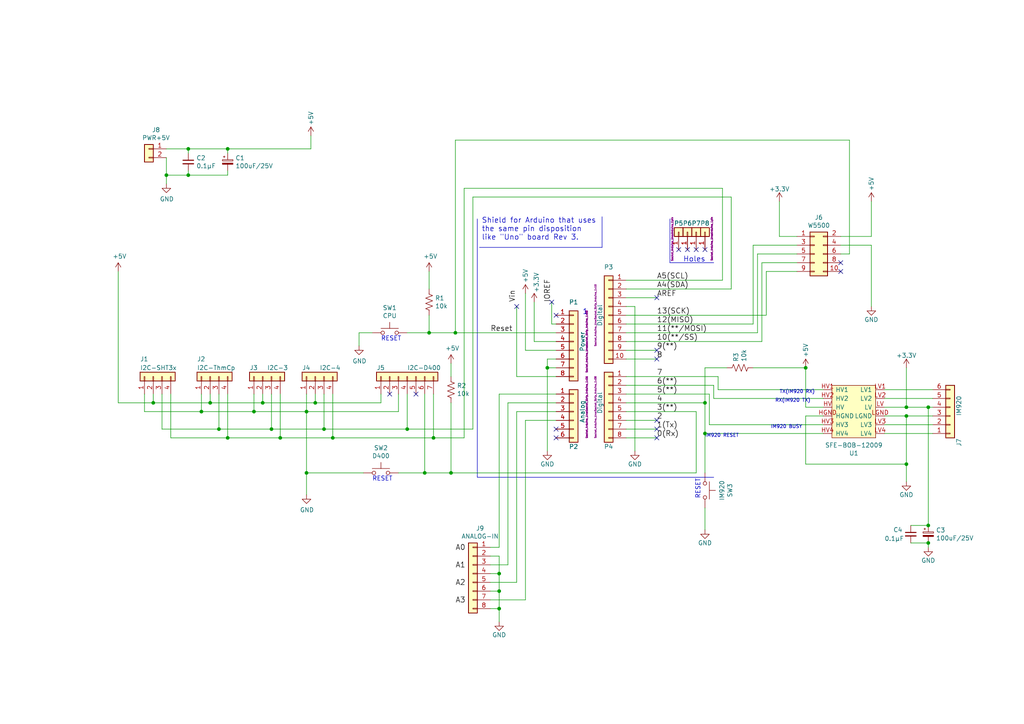
<source format=kicad_sch>
(kicad_sch (version 20231120) (generator "eeschema") (generator_version "8.0")
  (paper "A4")
  (title_block (title "LY9302 Measurement Equipment Type Light") (date "2025-01-27") (rev "1.0") (company "LSQ") (comment 1 "Use W5500 I/F for LAN networking") (comment 2 "Use IM920 I/F for Radio connection") (comment 3 "Analog Input 4ch available"))
  (lib_symbols
    (symbol "Buffer:SFE-BOB-12009" (pin_names (offset 1.016))
      (property "Reference" "U" (at 0 0 0))
      (property "Value" "SFE-BOB-12009" (at 0 0 0))
      (symbol "SFE-BOB-12009_0_1"
        (rectangle (start -6.35 -3.81) (end 6.35 -19.05) (fill (type background)))
      )
      (symbol "SFE-BOB-12009_1_1"
        (pin passive line (at 8.89 -10.16 180) (length 2.54) (name "HGND") (number "HGND"))
        (pin passive line (at 8.89 -12.7 180) (length 2.54) (name "HV") (number "HV"))
        (pin passive line (at 8.89 -17.78 180) (length 2.54) (name "HV1") (number "HV1"))
        (pin passive line (at 8.89 -15.24 180) (length 2.54) (name "HV2") (number "HV2"))
        (pin passive line (at 8.89 -7.62 180) (length 2.54) (name "HV3") (number "HV3"))
        (pin passive line (at 8.89 -5.08 180) (length 2.54) (name "HV4") (number "HV4"))
        (pin passive line (at -8.89 -10.16 0) (length 2.54) (name "LGND") (number "LGND"))
        (pin passive line (at -8.89 -12.7 0) (length 2.54) (name "LV") (number "LV"))
        (pin passive line (at -8.89 -17.78 0) (length 2.54) (name "LV1") (number "LV1"))
        (pin passive line (at -8.89 -15.24 0) (length 2.54) (name "LV2") (number "LV2"))
        (pin passive line (at -8.89 -7.62 0) (length 2.54) (name "LV3") (number "LV3"))
        (pin passive line (at -8.89 -5.08 0) (length 2.54) (name "LV4") (number "LV4"))
      )
    )
    (symbol "Connector_Generic:Conn_01x01" (pin_names (offset 1.016) hide)
      (property "Reference" "J" (at 0 2.54 0))
      (property "Value" "Conn_01x01" (at 0 -2.54 0))
      (symbol "Conn_01x01_1_1"
        (rectangle (start -1.27 0.127) (end 0 -0.127) (stroke (width 0.1524)))
        (rectangle (start -1.27 1.27) (end 1.27 -1.27) (stroke (width 0.254)) (fill (type background)))
        (pin passive line (at -5.08 0 0) (length 3.81) (name "Pin_1") (number "1"))
      )
    )
    (symbol "Connector_Generic:Conn_01x02" (pin_names (offset 1.016) hide)
      (property "Reference" "J" (at 0 2.54 0))
      (property "Value" "Conn_01x02" (at 0 -5.08 0))
      (symbol "Conn_01x02_1_1"
        (rectangle (start -1.27 -2.413) (end 0 -2.667) (stroke (width 0.1524)))
        (rectangle (start -1.27 0.127) (end 0 -0.127) (stroke (width 0.1524)))
        (rectangle (start -1.27 1.27) (end 1.27 -3.81) (stroke (width 0.254)) (fill (type background)))
        (pin passive line (at -5.08 0 0) (length 3.81) (name "Pin_1") (number "1"))
        (pin passive line (at -5.08 -2.54 0) (length 3.81) (name "Pin_2") (number "2"))
      )
    )
    (symbol "Connector_Generic:Conn_01x04" (pin_names (offset 1.016) hide)
      (property "Reference" "J" (at 0 5.08 0))
      (property "Value" "Conn_01x04" (at 0 -7.62 0))
      (symbol "Conn_01x04_1_1"
        (rectangle (start -1.27 -4.953) (end 0 -5.207) (stroke (width 0.1524)))
        (rectangle (start -1.27 -2.413) (end 0 -2.667) (stroke (width 0.1524)))
        (rectangle (start -1.27 0.127) (end 0 -0.127) (stroke (width 0.1524)))
        (rectangle (start -1.27 2.667) (end 0 2.413) (stroke (width 0.1524)))
        (rectangle (start -1.27 3.81) (end 1.27 -6.35) (stroke (width 0.254)) (fill (type background)))
        (pin passive line (at -5.08 2.54 0) (length 3.81) (name "Pin_1") (number "1"))
        (pin passive line (at -5.08 0 0) (length 3.81) (name "Pin_2") (number "2"))
        (pin passive line (at -5.08 -2.54 0) (length 3.81) (name "Pin_3") (number "3"))
        (pin passive line (at -5.08 -5.08 0) (length 3.81) (name "Pin_4") (number "4"))
      )
    )
    (symbol "Connector_Generic:Conn_01x06" (pin_names (offset 1.016) hide)
      (property "Reference" "J" (at 0 7.62 0))
      (property "Value" "Conn_01x06" (at 0 -10.16 0))
      (symbol "Conn_01x06_1_1"
        (rectangle (start -1.27 -7.493) (end 0 -7.747) (stroke (width 0.1524)))
        (rectangle (start -1.27 -4.953) (end 0 -5.207) (stroke (width 0.1524)))
        (rectangle (start -1.27 -2.413) (end 0 -2.667) (stroke (width 0.1524)))
        (rectangle (start -1.27 0.127) (end 0 -0.127) (stroke (width 0.1524)))
        (rectangle (start -1.27 2.667) (end 0 2.413) (stroke (width 0.1524)))
        (rectangle (start -1.27 5.207) (end 0 4.953) (stroke (width 0.1524)))
        (rectangle (start -1.27 6.35) (end 1.27 -8.89) (stroke (width 0.254)) (fill (type background)))
        (pin passive line (at -5.08 5.08 0) (length 3.81) (name "Pin_1") (number "1"))
        (pin passive line (at -5.08 2.54 0) (length 3.81) (name "Pin_2") (number "2"))
        (pin passive line (at -5.08 0 0) (length 3.81) (name "Pin_3") (number "3"))
        (pin passive line (at -5.08 -2.54 0) (length 3.81) (name "Pin_4") (number "4"))
        (pin passive line (at -5.08 -5.08 0) (length 3.81) (name "Pin_5") (number "5"))
        (pin passive line (at -5.08 -7.62 0) (length 3.81) (name "Pin_6") (number "6"))
      )
    )
    (symbol "Connector_Generic:Conn_01x07" (pin_names (offset 1.016) hide)
      (property "Reference" "J" (at 0 10.16 0))
      (property "Value" "Conn_01x07" (at 0 -10.16 0))
      (symbol "Conn_01x07_1_1"
        (rectangle (start -1.27 -7.493) (end 0 -7.747) (stroke (width 0.1524)))
        (rectangle (start -1.27 -4.953) (end 0 -5.207) (stroke (width 0.1524)))
        (rectangle (start -1.27 -2.413) (end 0 -2.667) (stroke (width 0.1524)))
        (rectangle (start -1.27 0.127) (end 0 -0.127) (stroke (width 0.1524)))
        (rectangle (start -1.27 2.667) (end 0 2.413) (stroke (width 0.1524)))
        (rectangle (start -1.27 5.207) (end 0 4.953) (stroke (width 0.1524)))
        (rectangle (start -1.27 7.747) (end 0 7.493) (stroke (width 0.1524)))
        (rectangle (start -1.27 8.89) (end 1.27 -8.89) (stroke (width 0.254)) (fill (type background)))
        (pin passive line (at -5.08 7.62 0) (length 3.81) (name "Pin_1") (number "1"))
        (pin passive line (at -5.08 5.08 0) (length 3.81) (name "Pin_2") (number "2"))
        (pin passive line (at -5.08 2.54 0) (length 3.81) (name "Pin_3") (number "3"))
        (pin passive line (at -5.08 0 0) (length 3.81) (name "Pin_4") (number "4"))
        (pin passive line (at -5.08 -2.54 0) (length 3.81) (name "Pin_5") (number "5"))
        (pin passive line (at -5.08 -5.08 0) (length 3.81) (name "Pin_6") (number "6"))
        (pin passive line (at -5.08 -7.62 0) (length 3.81) (name "Pin_7") (number "7"))
      )
    )
    (symbol "Connector_Generic:Conn_01x08" (pin_names (offset 1.016) hide)
      (property "Reference" "J" (at 0 10.16 0))
      (property "Value" "Conn_01x08" (at 0 -12.7 0))
      (symbol "Conn_01x08_1_1"
        (rectangle (start -1.27 -10.033) (end 0 -10.287) (stroke (width 0.1524)))
        (rectangle (start -1.27 -7.493) (end 0 -7.747) (stroke (width 0.1524)))
        (rectangle (start -1.27 -4.953) (end 0 -5.207) (stroke (width 0.1524)))
        (rectangle (start -1.27 -2.413) (end 0 -2.667) (stroke (width 0.1524)))
        (rectangle (start -1.27 0.127) (end 0 -0.127) (stroke (width 0.1524)))
        (rectangle (start -1.27 2.667) (end 0 2.413) (stroke (width 0.1524)))
        (rectangle (start -1.27 5.207) (end 0 4.953) (stroke (width 0.1524)))
        (rectangle (start -1.27 7.747) (end 0 7.493) (stroke (width 0.1524)))
        (rectangle (start -1.27 8.89) (end 1.27 -11.43) (stroke (width 0.254)) (fill (type background)))
        (pin passive line (at -5.08 7.62 0) (length 3.81) (name "Pin_1") (number "1"))
        (pin passive line (at -5.08 5.08 0) (length 3.81) (name "Pin_2") (number "2"))
        (pin passive line (at -5.08 2.54 0) (length 3.81) (name "Pin_3") (number "3"))
        (pin passive line (at -5.08 0 0) (length 3.81) (name "Pin_4") (number "4"))
        (pin passive line (at -5.08 -2.54 0) (length 3.81) (name "Pin_5") (number "5"))
        (pin passive line (at -5.08 -5.08 0) (length 3.81) (name "Pin_6") (number "6"))
        (pin passive line (at -5.08 -7.62 0) (length 3.81) (name "Pin_7") (number "7"))
        (pin passive line (at -5.08 -10.16 0) (length 3.81) (name "Pin_8") (number "8"))
      )
    )
    (symbol "Connector_Generic:Conn_01x10" (pin_names (offset 1.016) hide)
      (property "Reference" "J" (at 0 12.7 0))
      (property "Value" "Conn_01x10" (at 0 -15.24 0))
      (symbol "Conn_01x10_1_1"
        (rectangle (start -1.27 -12.573) (end 0 -12.827) (stroke (width 0.1524)))
        (rectangle (start -1.27 -10.033) (end 0 -10.287) (stroke (width 0.1524)))
        (rectangle (start -1.27 -7.493) (end 0 -7.747) (stroke (width 0.1524)))
        (rectangle (start -1.27 -4.953) (end 0 -5.207) (stroke (width 0.1524)))
        (rectangle (start -1.27 -2.413) (end 0 -2.667) (stroke (width 0.1524)))
        (rectangle (start -1.27 0.127) (end 0 -0.127) (stroke (width 0.1524)))
        (rectangle (start -1.27 2.667) (end 0 2.413) (stroke (width 0.1524)))
        (rectangle (start -1.27 5.207) (end 0 4.953) (stroke (width 0.1524)))
        (rectangle (start -1.27 7.747) (end 0 7.493) (stroke (width 0.1524)))
        (rectangle (start -1.27 10.287) (end 0 10.033) (stroke (width 0.1524)))
        (rectangle (start -1.27 11.43) (end 1.27 -13.97) (stroke (width 0.254)) (fill (type background)))
        (pin passive line (at -5.08 10.16 0) (length 3.81) (name "Pin_1") (number "1"))
        (pin passive line (at -5.08 -12.7 0) (length 3.81) (name "Pin_10") (number "10"))
        (pin passive line (at -5.08 7.62 0) (length 3.81) (name "Pin_2") (number "2"))
        (pin passive line (at -5.08 5.08 0) (length 3.81) (name "Pin_3") (number "3"))
        (pin passive line (at -5.08 2.54 0) (length 3.81) (name "Pin_4") (number "4"))
        (pin passive line (at -5.08 0 0) (length 3.81) (name "Pin_5") (number "5"))
        (pin passive line (at -5.08 -2.54 0) (length 3.81) (name "Pin_6") (number "6"))
        (pin passive line (at -5.08 -5.08 0) (length 3.81) (name "Pin_7") (number "7"))
        (pin passive line (at -5.08 -7.62 0) (length 3.81) (name "Pin_8") (number "8"))
        (pin passive line (at -5.08 -10.16 0) (length 3.81) (name "Pin_9") (number "9"))
      )
    )
    (symbol "Connector_Generic:Conn_02x05_Odd_Even" (pin_names (offset 1.016) hide)
      (property "Reference" "J" (at 1.27 7.62 0))
      (property "Value" "Conn_02x05_Odd_Even" (at 1.27 -7.62 0))
      (symbol "Conn_02x05_Odd_Even_1_1"
        (rectangle (start -1.27 -4.953) (end 0 -5.207) (stroke (width 0.1524)))
        (rectangle (start -1.27 -2.413) (end 0 -2.667) (stroke (width 0.1524)))
        (rectangle (start -1.27 0.127) (end 0 -0.127) (stroke (width 0.1524)))
        (rectangle (start -1.27 2.667) (end 0 2.413) (stroke (width 0.1524)))
        (rectangle (start -1.27 5.207) (end 0 4.953) (stroke (width 0.1524)))
        (rectangle (start -1.27 6.35) (end 3.81 -6.35) (stroke (width 0.254)) (fill (type background)))
        (rectangle (start 3.81 -4.953) (end 2.54 -5.207) (stroke (width 0.1524)))
        (rectangle (start 3.81 -2.413) (end 2.54 -2.667) (stroke (width 0.1524)))
        (rectangle (start 3.81 0.127) (end 2.54 -0.127) (stroke (width 0.1524)))
        (rectangle (start 3.81 2.667) (end 2.54 2.413) (stroke (width 0.1524)))
        (rectangle (start 3.81 5.207) (end 2.54 4.953) (stroke (width 0.1524)))
        (pin passive line (at -5.08 5.08 0) (length 3.81) (name "Pin_1") (number "1"))
        (pin passive line (at 7.62 -5.08 180) (length 3.81) (name "Pin_10") (number "10"))
        (pin passive line (at 7.62 5.08 180) (length 3.81) (name "Pin_2") (number "2"))
        (pin passive line (at -5.08 2.54 0) (length 3.81) (name "Pin_3") (number "3"))
        (pin passive line (at 7.62 2.54 180) (length 3.81) (name "Pin_4") (number "4"))
        (pin passive line (at -5.08 0 0) (length 3.81) (name "Pin_5") (number "5"))
        (pin passive line (at 7.62 0 180) (length 3.81) (name "Pin_6") (number "6"))
        (pin passive line (at -5.08 -2.54 0) (length 3.81) (name "Pin_7") (number "7"))
        (pin passive line (at 7.62 -2.54 180) (length 3.81) (name "Pin_8") (number "8"))
        (pin passive line (at -5.08 -5.08 0) (length 3.81) (name "Pin_9") (number "9"))
      )
    )
    (symbol "Device:C_Small" (pin_numbers hide) (pin_names (offset 0.254) hide)
      (property "Reference" "C" (at 0.254 1.778 0))
      (property "Value" "C_Small" (at 0.254 -2.032 0))
      (symbol "C_Small_0_1"
        (polyline (pts (xy -1.524 -0.508) (xy 1.524 -0.508)) (stroke (width 0.3302)))
        (polyline (pts (xy -1.524 0.508) (xy 1.524 0.508)) (stroke (width 0.3048)))
      )
      (symbol "C_Small_1_1"
        (pin passive line (at 0 2.54 270) (length 2.032) (name "~") (number "1"))
        (pin passive line (at 0 -2.54 90) (length 2.032) (name "~") (number "2"))
      )
    )
    (symbol "Device:R_US" (pin_numbers hide) (pin_names (offset 0))
      (property "Reference" "R" (at 2.54 0 90))
      (property "Value" "R_US" (at -2.54 0 90))
      (symbol "R_US_0_1"
        (polyline (pts (xy 0 -2.286) (xy 0 -2.54)))
        (polyline (pts (xy 0 2.286) (xy 0 2.54)))
        (polyline (pts (xy 0 -0.762) (xy 1.016 -1.143) (xy 0 -1.524) (xy -1.016 -1.905) (xy 0 -2.286)))
        (polyline (pts (xy 0 0.762) (xy 1.016 0.381) (xy 0 0) (xy -1.016 -0.381) (xy 0 -0.762)))
        (polyline (pts (xy 0 2.286) (xy 1.016 1.905) (xy 0 1.524) (xy -1.016 1.143) (xy 0 0.762)))
      )
      (symbol "R_US_1_1"
        (pin passive line (at 0 3.81 270) (length 1.27) (name "~") (number "1"))
        (pin passive line (at 0 -3.81 90) (length 1.27) (name "~") (number "2"))
      )
    )
    (symbol "M302-rescue:CP_Small-Device" (pin_numbers hide) (pin_names (offset 0.254) hide)
      (property "Reference" "C" (at 0.254 1.778 0))
      (property "Value" "CP_Small-Device" (at 0.254 -2.032 0))
      (symbol "CP_Small-Device_0_1"
        (rectangle (start -1.524 -0.3048) (end 1.524 -0.6858) (fill (type outline)))
        (rectangle (start -1.524 0.6858) (end 1.524 0.3048))
        (polyline (pts (xy -1.27 1.524) (xy -0.762 1.524)))
        (polyline (pts (xy -1.016 1.27) (xy -1.016 1.778)))
      )
      (symbol "CP_Small-Device_1_1"
        (pin passive line (at 0 2.54 270) (length 1.8542) (name "~") (number "1"))
        (pin passive line (at 0 -2.54 90) (length 1.8542) (name "~") (number "2"))
      )
    )
    (symbol "Switch:SW_Push" (pin_numbers hide) (pin_names (offset 1.016) hide)
      (property "Reference" "SW" (at 1.27 2.54 0))
      (property "Value" "SW_Push" (at 0 -1.524 0))
      (symbol "SW_Push_0_1"
        (circle (center -2.032 0) (radius 0.508))
        (polyline (pts (xy 0 1.27) (xy 0 3.048)))
        (polyline (pts (xy 2.54 1.27) (xy -2.54 1.27)))
        (circle (center 2.032 0) (radius 0.508))
        (pin passive line (at -5.08 0 0) (length 2.54) (name "1") (number "1"))
        (pin passive line (at 5.08 0 180) (length 2.54) (name "2") (number "2"))
      )
    )
    (symbol "power:+3.3V" (power) (pin_names (offset 0))
      (property "Value" "+3.3V" (at 0 3.556 0))
      (symbol "+3.3V_0_1"
        (polyline (pts (xy -0.762 1.27) (xy 0 2.54)))
        (polyline (pts (xy 0 0) (xy 0 2.54)))
        (polyline (pts (xy 0 2.54) (xy 0.762 1.27)))
      )
      (symbol "+3.3V_1_1"
        (pin power_in line (at 0 0 90) (length 0) hide (name "+3.3V") (number "1"))
      )
    )
    (symbol "power:+5V" (power) (pin_names (offset 0))
      (property "Value" "+5V" (at 0 3.556 0))
      (symbol "+5V_0_1"
        (polyline (pts (xy -0.762 1.27) (xy 0 2.54)))
        (polyline (pts (xy 0 0) (xy 0 2.54)))
        (polyline (pts (xy 0 2.54) (xy 0.762 1.27)))
      )
      (symbol "+5V_1_1"
        (pin power_in line (at 0 0 90) (length 0) hide (name "+5V") (number "1"))
      )
    )
    (symbol "power:GND" (power) (pin_names (offset 0))
      (property "Value" "GND" (at 0 -3.81 0))
      (symbol "GND_0_1"
        (polyline (pts (xy 0 0) (xy 0 -1.27) (xy 1.27 -1.27) (xy 0 -2.54) (xy -1.27 -1.27) (xy 0 -1.27)))
      )
      (symbol "GND_1_1"
        (pin power_in line (at 0 0 270) (length 0) hide (name "GND") (number "1"))
      )
    )
  )
  (junction (at 144.78 176.53))
  (junction (at 96.52 127))
  (junction (at 63.5 124.46))
  (junction (at 48.26 50.8))
  (junction (at 158.75 106.68))
  (junction (at 88.9 137.16))
  (junction (at 76.2 116.84))
  (junction (at 44.45 116.84))
  (junction (at 88.9 119.38))
  (junction (at 144.78 171.45))
  (junction (at 233.68 106.68))
  (junction (at 124.46 96.52))
  (junction (at 54.61 50.8))
  (junction (at 91.44 116.84))
  (junction (at 204.47 116.84))
  (junction (at 132.08 96.52))
  (junction (at 118.11 124.46))
  (junction (at 262.89 134.62))
  (junction (at 269.24 152.4))
  (junction (at 123.19 137.16))
  (junction (at 262.89 118.11))
  (junction (at 58.42 119.38))
  (junction (at 73.66 119.38))
  (junction (at 269.24 157.48))
  (junction (at 125.73 127))
  (junction (at 81.28 127))
  (junction (at 66.04 43.18))
  (junction (at 66.04 127))
  (junction (at 262.89 120.65))
  (junction (at 269.24 118.11))
  (junction (at 93.98 124.46))
  (junction (at 144.78 166.37))
  (junction (at 60.96 116.84))
  (junction (at 204.47 125.73))
  (junction (at 54.61 43.18))
  (junction (at 130.81 137.16))
  (junction (at 78.74 124.46))
  (no_connect (at 161.29 124.46))
  (no_connect (at 190.5 86.36))
  (no_connect (at 149.86 88.9))
  (no_connect (at 160.02 87.63))
  (no_connect (at 190.5 104.14))
  (no_connect (at 161.29 91.44))
  (no_connect (at 190.5 101.6))
  (no_connect (at 201.93 72.39))
  (no_connect (at 190.5 127))
  (no_connect (at 113.03 114.3))
  (no_connect (at 199.39 72.39))
  (no_connect (at 243.84 78.74))
  (no_connect (at 204.47 72.39))
  (no_connect (at 196.85 72.39))
  (no_connect (at 190.5 124.46))
  (no_connect (at 161.29 127))
  (no_connect (at 190.5 121.92))
  (no_connect (at 243.84 76.2))
  (no_connect (at 120.65 114.3))
  (wire (pts (xy 181.61 83.82) (xy 212.09 83.82)))
  (wire (pts (xy 76.2 114.3) (xy 76.2 116.84)))
  (polyline (pts (xy 138.43 138.43) (xy 207.01 138.43)))
  (wire (pts (xy 181.61 88.9) (xy 184.15 88.9)))
  (wire (pts (xy 88.9 119.38) (xy 88.9 114.3)))
  (wire (pts (xy 46.99 124.46) (xy 63.5 124.46)))
  (wire (pts (xy 181.61 119.38) (xy 201.93 119.38)))
  (wire (pts (xy 123.19 137.16) (xy 130.81 137.16)))
  (wire (pts (xy 161.29 101.6) (xy 152.4 101.6)))
  (wire (pts (xy 54.61 50.8) (xy 48.26 50.8)))
  (wire (pts (xy 81.28 127) (xy 96.52 127)))
  (wire (pts (xy 233.68 120.65) (xy 233.68 134.62)))
  (wire (pts (xy 181.61 86.36) (xy 190.5 86.36)))
  (wire (pts (xy 44.45 116.84) (xy 60.96 116.84)))
  (wire (pts (xy 220.98 76.2) (xy 220.98 99.06)))
  (wire (pts (xy 246.38 73.66) (xy 246.38 40.64)))
  (wire (pts (xy 220.98 76.2) (xy 231.14 76.2)))
  (wire (pts (xy 243.84 68.58) (xy 252.73 68.58)))
  (wire (pts (xy 243.84 71.12) (xy 252.73 71.12)))
  (wire (pts (xy 181.61 81.28) (xy 209.55 81.28)))
  (wire (pts (xy 226.06 68.58) (xy 226.06 58.42)))
  (wire (pts (xy 201.93 119.38) (xy 201.93 137.16)))
  (wire (pts (xy 78.74 114.3) (xy 78.74 124.46)))
  (wire (pts (xy 256.54 120.65) (xy 262.89 120.65)))
  (wire (pts (xy 218.44 106.68) (xy 233.68 106.68)))
  (wire (pts (xy 130.81 109.22) (xy 130.81 105.41)))
  (wire (pts (xy 124.46 96.52) (xy 132.08 96.52)))
  (wire (pts (xy 125.73 127) (xy 134.62 127)))
  (wire (pts (xy 91.44 116.84) (xy 91.44 114.3)))
  (wire (pts (xy 152.4 101.6) (xy 152.4 85.09)))
  (polyline (pts (xy 174.625 71.755) (xy 174.625 62.865)))
  (wire (pts (xy 44.45 114.3) (xy 44.45 116.84)))
  (wire (pts (xy 161.29 114.3) (xy 144.78 114.3)))
  (wire (pts (xy 218.44 71.12) (xy 231.14 71.12)))
  (wire (pts (xy 124.46 91.44) (xy 124.46 96.52)))
  (wire (pts (xy 209.55 54.61) (xy 209.55 81.28)))
  (wire (pts (xy 252.73 71.12) (xy 252.73 88.9)))
  (wire (pts (xy 144.78 161.29) (xy 144.78 166.37)))
  (polyline (pts (xy 207.01 76.2) (xy 194.31 76.2)))
  (wire (pts (xy 73.66 119.38) (xy 88.9 119.38)))
  (wire (pts (xy 262.89 134.62) (xy 262.89 139.7)))
  (wire (pts (xy 118.11 96.52) (xy 124.46 96.52)))
  (polyline (pts (xy 139.065 71.755) (xy 174.625 71.755)))
  (wire (pts (xy 233.68 134.62) (xy 262.89 134.62)))
  (wire (pts (xy 233.68 118.11) (xy 238.76 118.11)))
  (wire (pts (xy 54.61 49.53) (xy 54.61 50.8)))
  (wire (pts (xy 181.61 111.76) (xy 207.01 111.76)))
  (wire (pts (xy 264.16 157.48) (xy 269.24 157.48)))
  (wire (pts (xy 137.16 57.15) (xy 212.09 57.15)))
  (wire (pts (xy 161.29 109.22) (xy 149.86 109.22)))
  (wire (pts (xy 147.32 163.83) (xy 142.24 163.83)))
  (polyline (pts (xy 194.31 76.2) (xy 194.31 63.5)))
  (wire (pts (xy 204.47 125.73) (xy 238.76 125.73)))
  (wire (pts (xy 181.61 121.92) (xy 190.5 121.92)))
  (wire (pts (xy 48.26 43.18) (xy 54.61 43.18)))
  (wire (pts (xy 158.75 104.14) (xy 158.75 106.68)))
  (wire (pts (xy 181.61 124.46) (xy 190.5 124.46)))
  (wire (pts (xy 219.71 73.66) (xy 231.14 73.66)))
  (wire (pts (xy 134.62 54.61) (xy 209.55 54.61)))
  (wire (pts (xy 34.29 116.84) (xy 44.45 116.84)))
  (wire (pts (xy 48.26 50.8) (xy 48.26 53.34)))
  (wire (pts (xy 152.4 121.92) (xy 152.4 173.99)))
  (wire (pts (xy 204.47 125.73) (xy 204.47 137.16)))
  (wire (pts (xy 118.11 114.3) (xy 118.11 124.46)))
  (wire (pts (xy 207.01 111.76) (xy 207.01 115.57)))
  (wire (pts (xy 161.29 99.06) (xy 154.94 99.06)))
  (wire (pts (xy 269.24 118.11) (xy 269.24 152.4)))
  (wire (pts (xy 90.17 43.18) (xy 90.17 39.37)))
  (wire (pts (xy 142.24 171.45) (xy 144.78 171.45)))
  (wire (pts (xy 144.78 176.53) (xy 144.78 180.34)))
  (wire (pts (xy 205.74 123.19) (xy 238.76 123.19)))
  (wire (pts (xy 181.61 96.52) (xy 219.71 96.52)))
  (wire (pts (xy 60.96 114.3) (xy 60.96 116.84)))
  (wire (pts (xy 149.86 88.9) (xy 149.86 109.22)))
  (wire (pts (xy 222.25 78.74) (xy 231.14 78.74)))
  (wire (pts (xy 54.61 44.45) (xy 54.61 43.18)))
  (wire (pts (xy 41.91 114.3) (xy 41.91 119.38)))
  (wire (pts (xy 208.28 109.22) (xy 208.28 113.03)))
  (wire (pts (xy 66.04 44.45) (xy 66.04 43.18)))
  (wire (pts (xy 161.29 104.14) (xy 158.75 104.14)))
  (wire (pts (xy 130.81 116.84) (xy 130.81 137.16)))
  (wire (pts (xy 76.2 116.84) (xy 91.44 116.84)))
  (wire (pts (xy 63.5 124.46) (xy 78.74 124.46)))
  (wire (pts (xy 118.11 124.46) (xy 137.16 124.46)))
  (wire (pts (xy 132.08 40.64) (xy 132.08 96.52)))
  (wire (pts (xy 115.57 119.38) (xy 88.9 119.38)))
  (wire (pts (xy 149.86 168.91) (xy 142.24 168.91)))
  (wire (pts (xy 262.89 120.65) (xy 262.89 134.62)))
  (wire (pts (xy 96.52 127) (xy 125.73 127)))
  (wire (pts (xy 104.14 96.52) (xy 104.14 100.33)))
  (wire (pts (xy 252.73 68.58) (xy 252.73 58.42)))
  (wire (pts (xy 181.61 99.06) (xy 220.98 99.06)))
  (wire (pts (xy 107.95 96.52) (xy 104.14 96.52)))
  (wire (pts (xy 161.29 116.84) (xy 147.32 116.84)))
  (wire (pts (xy 93.98 114.3) (xy 93.98 124.46)))
  (wire (pts (xy 256.54 123.19) (xy 270.51 123.19)))
  (wire (pts (xy 201.93 137.16) (xy 130.81 137.16)))
  (wire (pts (xy 34.29 78.74) (xy 34.29 116.84)))
  (wire (pts (xy 105.41 137.16) (xy 88.9 137.16)))
  (wire (pts (xy 219.71 96.52) (xy 219.71 73.66)))
  (wire (pts (xy 123.19 137.16) (xy 115.57 137.16)))
  (wire (pts (xy 181.61 114.3) (xy 205.74 114.3)))
  (wire (pts (xy 60.96 116.84) (xy 76.2 116.84)))
  (wire (pts (xy 218.44 93.98) (xy 218.44 71.12)))
  (wire (pts (xy 149.86 119.38) (xy 149.86 168.91)))
  (wire (pts (xy 161.29 121.92) (xy 152.4 121.92)))
  (wire (pts (xy 132.08 96.52) (xy 161.29 96.52)))
  (wire (pts (xy 66.04 49.53) (xy 66.04 50.8)))
  (wire (pts (xy 269.24 158.75) (xy 269.24 157.48)))
  (wire (pts (xy 256.54 113.03) (xy 270.51 113.03)))
  (wire (pts (xy 144.78 114.3) (xy 144.78 158.75)))
  (wire (pts (xy 110.49 114.3) (xy 110.49 116.84)))
  (wire (pts (xy 93.98 124.46) (xy 118.11 124.46)))
  (wire (pts (xy 184.15 88.9) (xy 184.15 130.81)))
  (wire (pts (xy 49.53 127) (xy 66.04 127)))
  (wire (pts (xy 66.04 114.3) (xy 66.04 127)))
  (wire (pts (xy 88.9 143.51) (xy 88.9 137.16)))
  (wire (pts (xy 161.29 119.38) (xy 149.86 119.38)))
  (wire (pts (xy 160.02 87.63) (xy 160.02 93.98)))
  (wire (pts (xy 181.61 104.14) (xy 190.5 104.14)))
  (wire (pts (xy 125.73 114.3) (xy 125.73 127)))
  (wire (pts (xy 58.42 114.3) (xy 58.42 119.38)))
  (wire (pts (xy 115.57 114.3) (xy 115.57 119.38)))
  (wire (pts (xy 144.78 171.45) (xy 144.78 176.53)))
  (wire (pts (xy 246.38 40.64) (xy 132.08 40.64)))
  (wire (pts (xy 204.47 153.67) (xy 204.47 147.32)))
  (wire (pts (xy 154.94 99.06) (xy 154.94 87.63)))
  (wire (pts (xy 161.29 106.68) (xy 158.75 106.68)))
  (wire (pts (xy 66.04 43.18) (xy 90.17 43.18)))
  (wire (pts (xy 264.16 152.4) (xy 269.24 152.4)))
  (wire (pts (xy 66.04 50.8) (xy 54.61 50.8)))
  (wire (pts (xy 210.82 106.68) (xy 204.47 106.68)))
  (wire (pts (xy 222.25 91.44) (xy 222.25 78.74)))
  (wire (pts (xy 73.66 114.3) (xy 73.66 119.38)))
  (wire (pts (xy 81.28 114.3) (xy 81.28 127)))
  (wire (pts (xy 181.61 109.22) (xy 208.28 109.22)))
  (wire (pts (xy 256.54 115.57) (xy 270.51 115.57)))
  (wire (pts (xy 243.84 73.66) (xy 246.38 73.66)))
  (wire (pts (xy 181.61 127) (xy 190.5 127)))
  (wire (pts (xy 124.46 83.82) (xy 124.46 78.74)))
  (wire (pts (xy 88.9 137.16) (xy 88.9 119.38)))
  (wire (pts (xy 41.91 119.38) (xy 58.42 119.38)))
  (wire (pts (xy 66.04 127) (xy 81.28 127)))
  (wire (pts (xy 204.47 116.84) (xy 204.47 125.73)))
  (wire (pts (xy 181.61 116.84) (xy 204.47 116.84)))
  (wire (pts (xy 269.24 118.11) (xy 270.51 118.11)))
  (wire (pts (xy 63.5 114.3) (xy 63.5 124.46)))
  (wire (pts (xy 181.61 93.98) (xy 218.44 93.98)))
  (wire (pts (xy 181.61 101.6) (xy 190.5 101.6)))
  (wire (pts (xy 49.53 127) (xy 49.53 114.3)))
  (wire (pts (xy 58.42 119.38) (xy 73.66 119.38)))
  (wire (pts (xy 137.16 124.46) (xy 137.16 57.15)))
  (wire (pts (xy 46.99 124.46) (xy 46.99 114.3)))
  (wire (pts (xy 205.74 114.3) (xy 205.74 123.19)))
  (wire (pts (xy 48.26 45.72) (xy 48.26 50.8)))
  (wire (pts (xy 160.02 93.98) (xy 161.29 93.98)))
  (wire (pts (xy 204.47 106.68) (xy 204.47 116.84)))
  (wire (pts (xy 158.75 106.68) (xy 158.75 130.81)))
  (wire (pts (xy 208.28 113.03) (xy 238.76 113.03)))
  (wire (pts (xy 144.78 166.37) (xy 144.78 171.45)))
  (wire (pts (xy 181.61 91.44) (xy 222.25 91.44)))
  (wire (pts (xy 142.24 176.53) (xy 144.78 176.53)))
  (wire (pts (xy 233.68 106.68) (xy 233.68 118.11)))
  (wire (pts (xy 142.24 166.37) (xy 144.78 166.37)))
  (wire (pts (xy 262.89 118.11) (xy 256.54 118.11)))
  (wire (pts (xy 231.14 68.58) (xy 226.06 68.58)))
  (wire (pts (xy 207.01 115.57) (xy 238.76 115.57)))
  (wire (pts (xy 256.54 125.73) (xy 270.51 125.73)))
  (wire (pts (xy 262.89 118.11) (xy 269.24 118.11)))
  (wire (pts (xy 123.19 114.3) (xy 123.19 137.16)))
  (wire (pts (xy 134.62 127) (xy 134.62 54.61)))
  (wire (pts (xy 144.78 158.75) (xy 142.24 158.75)))
  (wire (pts (xy 212.09 57.15) (xy 212.09 83.82)))
  (wire (pts (xy 262.89 120.65) (xy 270.51 120.65)))
  (wire (pts (xy 78.74 124.46) (xy 93.98 124.46)))
  (wire (pts (xy 238.76 120.65) (xy 233.68 120.65)))
  (wire (pts (xy 96.52 114.3) (xy 96.52 127)))
  (wire (pts (xy 152.4 173.99) (xy 142.24 173.99)))
  (wire (pts (xy 110.49 116.84) (xy 91.44 116.84)))
  (wire (pts (xy 54.61 43.18) (xy 66.04 43.18)))
  (wire (pts (xy 142.24 161.29) (xy 144.78 161.29)))
  (wire (pts (xy 147.32 116.84) (xy 147.32 163.83)))
  (polyline (pts (xy 138.43 63.5) (xy 138.43 138.43)))
  (wire (pts (xy 262.89 106.68) (xy 262.89 118.11)))
  (text "RESET" (at 110.49 99.06 0) (effects (font (size 1.27 1.27)) (justify left bottom)))
  (text "IM920 BUSY" (at 223.52 124.46 0) (effects (font (size 0.9906 0.9906)) (justify left bottom)))
  (text "RESET" (at 107.95 139.7 0) (effects (font (size 1.27 1.27)) (justify left bottom)))
  (text "RX(IM920 TX)" (at 224.79 116.84 0) (effects (font (size 0.9906 0.9906)) (justify left bottom)))
  (text "Holes" (at 198.12 76.2 0) (effects (font (size 1.524 1.524)) (justify left bottom)))
  (text "IM920 RESET" (at 204.47 127 0) (effects (font (size 0.9906 0.9906)) (justify left bottom)))
  (text "1" (at 168.91 91.44 0) (effects (font (size 1.524 1.524)) (justify left bottom)))
  (text "Shield for Arduino that uses\nthe same pin disposition\nlike \"Uno\" board Rev 3." (at 139.7 69.85 0) (effects (font (size 1.524 1.524)) (justify left bottom)))
  (text "TX(IM920 RX)" (at 226.06 114.3 0) (effects (font (size 0.9906 0.9906)) (justify left bottom)))
  (text "RESET" (at 203.2 144.78 90) (effects (font (size 1.27 1.27)) (justify left bottom)))
  (label "A2" (at 132.08 170.18 0) (effects (font (size 1.524 1.524))))
  (label "6(**)" (at 190.5 111.76 0) (effects (font (size 1.524 1.524))))
  (label "A3" (at 132.08 175.26 0) (effects (font (size 1.524 1.524))))
  (label "3(**)" (at 190.5 119.38 0) (effects (font (size 1.524 1.524))))
  (label "5(**)" (at 190.5 114.3 0) (effects (font (size 1.524 1.524))))
  (label "12(MISO)" (at 190.5 93.98 0) (effects (font (size 1.524 1.524))))
  (label "8" (at 190.5 104.14 0) (effects (font (size 1.524 1.524))))
  (label "Reset" (at 142.24 96.52 0) (effects (font (size 1.524 1.524))))
  (label "A5(SCL)" (at 190.5 81.28 0) (effects (font (size 1.524 1.524))))
  (label "1(Tx)" (at 190.5 124.46 0) (effects (font (size 1.524 1.524))))
  (label "AREF" (at 190.5 86.36 0) (effects (font (size 1.524 1.524))))
  (label "13(SCK)" (at 190.5 91.44 0) (effects (font (size 1.524 1.524))))
  (label "2" (at 190.5 121.92 0) (effects (font (size 1.524 1.524))))
  (label "IOREF" (at 160.02 87.63 90) (effects (font (size 1.524 1.524))))
  (label "Vin" (at 149.86 87.63 90) (effects (font (size 1.524 1.524))))
  (label "A0" (at 132.08 160.02 0) (effects (font (size 1.524 1.524))))
  (label "7" (at 190.5 109.22 0) (effects (font (size 1.524 1.524))))
  (label "10(**/SS)" (at 190.5 99.06 0) (effects (font (size 1.524 1.524))))
  (label "0(Rx)" (at 190.5 127 0) (effects (font (size 1.524 1.524))))
  (label "9(**)" (at 190.5 101.6 0) (effects (font (size 1.524 1.524))))
  (label "A4(SDA)" (at 190.5 83.82 0) (effects (font (size 1.524 1.524))))
  (label "A1" (at 132.08 165.1 0) (effects (font (size 1.524 1.524))))
  (label "4" (at 190.5 116.84 0) (effects (font (size 1.524 1.524))))
  (label "11(**/MOSI)" (at 190.5 96.52 0) (effects (font (size 1.524 1.524))))
  (symbol (lib_id "Connector_Generic:Conn_01x08") (at 166.37 99.06 0) (unit 1)
    (property "Reference" "P1" (at 166.37 87.63 0))
    (property "Value" "Power" (at 168.91 99.06 90))
    (property "Footprint" "Socket_Arduino_Uno:Socket_Strip_Arduino_1x08" (at 170.18 99.06 90) (effects (font (size 0.508 0.508))))
  )
  (symbol (lib_id "power:+5V") (at 152.4 85.09 0) (unit 1)
    (property "Reference" "#PWR02" (effects (hide yes)))
    (property "Value" "+5V" (at 152.4 80.01 90))
  )
  (symbol (lib_id "power:GND") (at 158.75 130.81 0) (unit 1)
    (property "Reference" "#PWR03" (effects (hide yes)))
    (property "Value" "GND" (at 158.75 134.62 0))
  )
  (symbol (lib_id "power:GND") (at 184.15 130.81 0) (unit 1)
    (property "Reference" "#PWR04" (effects (hide yes)))
    (property "Value" "GND" (at 184.15 134.62 0))
  )
  (symbol (lib_id "Connector_Generic:Conn_01x06") (at 166.37 119.38 0) (unit 1)
    (property "Reference" "P2" (at 166.37 129.54 0))
    (property "Value" "Analog" (at 168.91 119.38 90))
    (property "Footprint" "Socket_Arduino_Uno:Socket_Strip_Arduino_1x06" (at 170.18 118.11 90) (effects (font (size 0.508 0.508))))
  )
  (symbol (lib_id "Connector_Generic:Conn_01x01") (at 196.85 67.31 90) (unit 1)
    (property "Reference" "P5" (at 196.85 64.77 90))
    (property "Value" "CONN_01X01" (effects (hide yes)))
    (property "Footprint" "Socket_Arduino_Uno:Arduino_1pin" (at 194.9704 69.3166 0) (effects (font (size 0.508 0.508))))
  )
  (symbol (lib_id "Connector_Generic:Conn_01x01") (at 199.39 67.31 90) (unit 1)
    (property "Reference" "P6" (at 199.39 64.77 90))
    (property "Value" "CONN_01X01" (effects (hide yes)))
    (property "Footprint" "Socket_Arduino_Uno:Arduino_1pin" (effects (hide yes)))
  )
  (symbol (lib_id "Connector_Generic:Conn_01x01") (at 201.93 67.31 90) (unit 1)
    (property "Reference" "P7" (at 201.93 64.77 90))
    (property "Value" "CONN_01X01" (effects (hide yes)))
    (property "Footprint" "Socket_Arduino_Uno:Arduino_1pin" (effects (hide yes)))
  )
  (symbol (lib_id "Connector_Generic:Conn_01x01") (at 204.47 67.31 90) (unit 1)
    (property "Reference" "P8" (at 204.47 64.77 90))
    (property "Value" "CONN_01X01" (effects (hide yes)))
    (property "Footprint" "Socket_Arduino_Uno:Arduino_1pin" (at 206.4512 69.2404 0) (effects (font (size 0.508 0.508))))
  )
  (symbol (lib_id "Connector_Generic:Conn_01x08") (at 176.53 116.84 0) (mirror y) (unit 1)
    (property "Reference" "P4" (at 176.53 129.54 0))
    (property "Value" "Digital" (at 173.99 116.84 90))
    (property "Footprint" "Socket_Arduino_Uno:Socket_Strip_Arduino_1x08" (at 172.72 118.11 90) (effects (font (size 0.508 0.508))))
  )
  (symbol (lib_id "Connector_Generic:Conn_01x10") (at 176.53 91.44 0) (mirror y) (unit 1)
    (property "Reference" "P3" (at 176.53 77.47 0))
    (property "Value" "Digital" (at 173.99 91.44 90))
    (property "Footprint" "Socket_Arduino_Uno:Socket_Strip_Arduino_1x10" (at 172.72 91.44 90) (effects (font (size 0.508 0.508))))
  )
  (symbol (lib_id "power:GND") (at 88.9 143.51 0) (unit 1)
    (property "Reference" "#PWR0101" (effects (hide yes)))
    (property "Value" "GND" (at 89.027 147.9042 0))
  )
  (symbol (lib_id "Buffer:SFE-BOB-12009") (at 247.65 130.81 180) (unit 1)
    (property "Reference" "U1" (at 247.65 131.445 0))
    (property "Value" "SFE-BOB-12009" (at 247.65 129.1336 0))
    (property "Footprint" "HOLLY:SFE-BOB-12009" (effects (hide yes)))
  )
  (symbol (lib_id "power:+5V") (at 34.29 78.74 0) (unit 1)
    (property "Reference" "#PWR0102" (effects (hide yes)))
    (property "Value" "+5V" (at 34.671 74.3458 0))
  )
  (symbol (lib_id "power:GND") (at 262.89 139.7 0) (unit 1)
    (property "Reference" "#PWR0109" (effects (hide yes)))
    (property "Value" "GND" (at 262.89 143.51 0))
  )
  (symbol (lib_id "Switch:SW_Push") (at 110.49 137.16 0) (unit 1)
    (property "Reference" "SW2" (at 110.49 129.921 0))
    (property "Value" "D400" (at 110.49 132.2324 0))
    (property "Footprint" "HOLLY:TVDT18-050" (effects (hide yes)))
  )
  (symbol (lib_id "power:+5V") (at 233.68 106.68 0) (unit 1)
    (property "Reference" "#PWR0112" (effects (hide yes)))
    (property "Value" "+5V" (at 233.68 101.6 90))
  )
  (symbol (lib_id "Switch:SW_Push") (at 113.03 96.52 0) (unit 1)
    (property "Reference" "SW1" (at 113.03 89.281 0))
    (property "Value" "CPU" (at 113.03 91.5924 0))
    (property "Footprint" "HOLLY:TVDT18-050" (effects (hide yes)))
  )
  (symbol (lib_id "Device:R_US") (at 124.46 87.63 0) (unit 1)
    (property "Reference" "R1" (at 126.1872 86.4616 0) (effects (justify left)))
    (property "Value" "10k" (at 126.1872 88.773 0) (effects (justify left)))
    (property "Footprint" "Resistor_THT:R_Axial_DIN0207_L6.3mm_D2.5mm_P7.62mm_Horizontal" (effects (hide yes)))
  )
  (symbol (lib_id "power:GND") (at 104.14 100.33 0) (unit 1)
    (property "Reference" "#PWR0103" (effects (hide yes)))
    (property "Value" "GND" (at 104.267 104.7242 0))
  )
  (symbol (lib_id "Connector_Generic:Conn_02x05_Odd_Even") (at 236.22 73.66 0) (unit 1)
    (property "Reference" "J6" (at 237.49 63.0682 0))
    (property "Value" "W5500" (at 237.49 65.3796 0))
    (property "Footprint" "Connector_PinHeader_2.54mm:PinHeader_2x05_P2.54mm_Vertical" (effects (hide yes)))
  )
  (symbol (lib_id "power:+5V") (at 252.73 58.42 0) (unit 1)
    (property "Reference" "#PWR0108" (effects (hide yes)))
    (property "Value" "+5V" (at 252.73 53.34 90))
  )
  (symbol (lib_id "power:GND") (at 252.73 88.9 0) (unit 1)
    (property "Reference" "#PWR0106" (effects (hide yes)))
    (property "Value" "GND" (at 252.73 92.71 0))
  )
  (symbol (lib_id "Switch:SW_Push") (at 204.47 142.24 270) (unit 1)
    (property "Reference" "SW3" (at 211.709 142.24 0))
    (property "Value" "IM920" (at 209.3976 142.24 0))
    (property "Footprint" "HOLLY:TVDT18-050" (effects (hide yes)))
  )
  (symbol (lib_id "power:GND") (at 204.47 153.67 0) (unit 1)
    (property "Reference" "#PWR0113" (effects (hide yes)))
    (property "Value" "GND" (at 204.47 157.48 0))
  )
  (symbol (lib_id "Connector_Generic:Conn_01x04") (at 91.44 109.22 90) (unit 1)
    (property "Reference" "J4" (at 87.63 106.68 90) (effects (justify right)))
    (property "Value" "I2C-4" (at 92.71 106.68 90) (effects (justify right)))
    (property "Footprint" "Connector_JST:JST_XH_B4B-XH-A_1x04_P2.50mm_Vertical" (effects (hide yes)))
  )
  (symbol (lib_id "Connector_Generic:Conn_01x04") (at 76.2 109.22 90) (unit 1)
    (property "Reference" "J3" (at 72.39 106.68 90) (effects (justify right)))
    (property "Value" "I2C-3" (at 77.47 106.68 90) (effects (justify right)))
    (property "Footprint" "Connector_JST:JST_XH_B4B-XH-A_1x04_P2.50mm_Vertical" (effects (hide yes)))
  )
  (symbol (lib_id "Connector_Generic:Conn_01x04") (at 60.96 109.22 90) (unit 1)
    (property "Reference" "J2" (at 57.15 104.14 90) (effects (justify right)))
    (property "Value" "I2C-ThmCp" (at 57.15 106.68 90) (effects (justify right)))
    (property "Footprint" "Connector_JST:JST_XH_B4B-XH-A_1x04_P2.50mm_Vertical" (effects (hide yes)))
  )
  (symbol (lib_id "Connector_Generic:Conn_01x04") (at 44.45 109.22 90) (unit 1)
    (property "Reference" "J1" (at 40.64 104.14 90) (effects (justify right)))
    (property "Value" "I2C-SHT3x" (at 40.64 106.68 90) (effects (justify right)))
    (property "Footprint" "Connector_JST:JST_XH_B4B-XH-A_1x04_P2.50mm_Vertical" (effects (hide yes)))
  )
  (symbol (lib_id "Connector_Generic:Conn_01x07") (at 118.11 109.22 90) (unit 1)
    (property "Reference" "J5" (at 109.22 106.68 90) (effects (justify right)))
    (property "Value" "I2C-D400" (at 118.11 106.68 90) (effects (justify right)))
    (property "Footprint" "Connector_JST:JST_XH_B7B-XH-A_1x07_P2.50mm_Vertical" (effects (hide yes)))
  )
  (symbol (lib_id "Connector_Generic:Conn_01x06") (at 275.59 120.65 0) (mirror x) (unit 1)
    (property "Reference" "J7" (at 278.13 129.54 90) (effects (justify right)))
    (property "Value" "IM920" (at 278.13 120.65 90) (effects (justify right)))
    (property "Footprint" "Connector_JST:JST_XH_B6B-XH-A_1x06_P2.50mm_Vertical" (effects (hide yes)))
  )
  (symbol (lib_id "Connector_Generic:Conn_01x02") (at 43.18 43.18 0) (mirror y) (unit 1)
    (property "Reference" "J8" (at 45.2628 37.6682 0))
    (property "Value" "PWR+5V" (at 45.2628 39.9796 0))
    (property "Footprint" "Connector_JST:JST_XH_B2B-XH-A_1x02_P2.50mm_Vertical" (effects (hide yes)))
  )
  (symbol (lib_id "power:GND") (at 48.26 53.34 0) (unit 1)
    (property "Reference" "#PWR0107" (effects (hide yes)))
    (property "Value" "GND" (at 48.387 57.7342 0))
  )
  (symbol (lib_id "power:+5V") (at 90.17 39.37 0) (unit 1)
    (property "Reference" "#PWR0105" (effects (hide yes)))
    (property "Value" "+5V" (at 90.17 34.29 90))
  )
  (symbol (lib_id "M302-rescue:CP_Small-Device") (at 66.04 46.99 0) (unit 1)
    (property "Reference" "C1" (at 68.2752 45.8216 0) (effects (justify left)))
    (property "Value" "100uF/25V" (at 68.2752 48.133 0) (effects (justify left)))
    (property "Footprint" "Capacitor_THT:CP_Radial_D5.0mm_P2.00mm" (effects (hide yes)))
    (property "Datasheet" "https://akizukidenshi.com/download/ds/rubycon/PK_series.pdf" (effects (hide yes)))
  )
  (symbol (lib_id "Device:R_US") (at 130.81 113.03 0) (unit 1)
    (property "Reference" "R2" (at 132.5372 111.8616 0) (effects (justify left)))
    (property "Value" "10k" (at 132.5372 114.173 0) (effects (justify left)))
    (property "Footprint" "Resistor_THT:R_Axial_DIN0207_L6.3mm_D2.5mm_P7.62mm_Horizontal" (effects (hide yes)))
  )
  (symbol (lib_id "power:+5V") (at 130.81 105.41 0) (unit 1)
    (property "Reference" "#PWR0110" (effects (hide yes)))
    (property "Value" "+5V" (at 131.191 101.0158 0))
  )
  (symbol (lib_id "Device:R_US") (at 214.63 106.68 90) (unit 1)
    (property "Reference" "R3" (at 213.4616 104.9528 0) (effects (justify left)))
    (property "Value" "10k" (at 215.773 104.9528 0) (effects (justify left)))
    (property "Footprint" "Resistor_THT:R_Axial_DIN0207_L6.3mm_D2.5mm_P7.62mm_Horizontal" (effects (hide yes)))
  )
  (symbol (lib_id "Connector_Generic:Conn_01x08") (at 137.16 166.37 0) (mirror y) (unit 1)
    (property "Reference" "J9" (at 139.2428 153.2382 0))
    (property "Value" "ANALOG-IN" (at 139.2428 155.5496 0))
    (property "Footprint" "Connector_JST:JST_XH_B8B-XH-A_1x08_P2.50mm_Vertical" (effects (hide yes)))
  )
  (symbol (lib_id "power:GND") (at 144.78 180.34 0) (unit 1)
    (property "Reference" "#PWR0114" (effects (hide yes)))
    (property "Value" "GND" (at 144.78 184.15 0))
  )
  (symbol (lib_id "power:+5V") (at 124.46 78.74 0) (unit 1)
    (property "Reference" "#PWR0115" (effects (hide yes)))
    (property "Value" "+5V" (at 124.841 74.3458 0))
  )
  (symbol (lib_id "Device:C_Small") (at 54.61 46.99 0) (unit 1)
    (property "Reference" "C2" (at 56.9468 45.8216 0) (effects (justify left)))
    (property "Value" "0.1μF" (at 56.9468 48.133 0) (effects (justify left)))
    (property "Footprint" "Capacitor_THT:C_Disc_D3.0mm_W2.0mm_P2.50mm" (effects (hide yes)))
  )
  (symbol (lib_id "M302-rescue:CP_Small-Device") (at 269.24 154.94 0) (unit 1)
    (property "Reference" "C3" (at 271.4752 153.7716 0) (effects (justify left)))
    (property "Value" "100uF/25V" (at 271.4752 156.083 0) (effects (justify left)))
    (property "Footprint" "Capacitor_THT:CP_Radial_D5.0mm_P2.00mm" (effects (hide yes)))
    (property "Datasheet" "https://akizukidenshi.com/download/ds/rubycon/PK_series.pdf" (effects (hide yes)))
  )
  (symbol (lib_id "Device:C_Small") (at 264.16 154.94 0) (unit 1)
    (property "Reference" "C4" (at 259.08 153.67 0) (effects (justify left)))
    (property "Value" "0.1μF" (at 256.54 156.21 0) (effects (justify left)))
    (property "Footprint" "Capacitor_THT:C_Disc_D3.0mm_W2.0mm_P2.50mm" (effects (hide yes)))
  )
  (symbol (lib_id "power:GND") (at 269.24 158.75 0) (unit 1)
    (property "Reference" "#PWR0116" (effects (hide yes)))
    (property "Value" "GND" (at 269.24 162.56 0))
  )
  (symbol (lib_id "power:+3.3V") (at 154.94 87.63 0) (unit 1)
    (property "Reference" "#PWR0111" (effects (hide yes)))
    (property "Value" "+3.3V" (at 155.575 81.915 90))
  )
  (symbol (lib_id "power:+3.3V") (at 262.89 106.68 0) (unit 1)
    (property "Reference" "#PWR0104" (effects (hide yes)))
    (property "Value" "+3.3V" (at 262.89 103.1042 0))
  )
  (symbol (lib_id "power:+3.3V") (at 226.06 58.42 0) (unit 1)
    (property "Reference" "#PWR0117" (effects (hide yes)))
    (property "Value" "+3.3V" (at 226.06 54.8442 0))
  )
)
</source>
